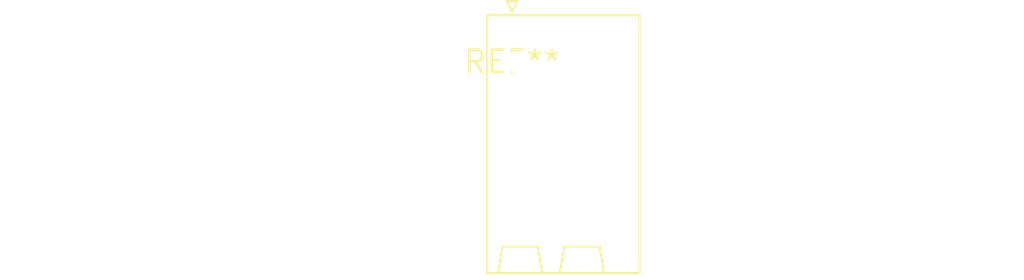
<source format=kicad_pcb>
(kicad_pcb (version 20240108) (generator pcbnew)
  (layers (0 "F.Cu" signal) (31 "B.Cu" signal) (34 "B.Paste" user) (35 "F.Paste" user) (36 "B.SilkS" user "B.Silkscreen") (37 "F.SilkS" user "F.Silkscreen") (38 "B.Mask" user) (39 "F.Mask" user) (44 "Edge.Cuts" user))
  (net 0 "")
  (footprint "PhoenixContact_SPT_1.5_2-H-3.5_1x02_P3.5mm_Horizontal" (layer "F.Cu") (at 0 0)
    (property "Reference" "REF**")
    (property "Value" "PhoenixContact_SPT_1.5_2-H-3.5_1x02_P3.5mm_Horizontal")
    (fp_line (start -1.41 -2.64) (end 7.21 -2.64) (layer "F.SilkS") (stroke (width 0.12)))
    (fp_line (start -1.41 11.98) (end -1.41 -2.64) (layer "F.SilkS") (stroke (width 0.12)))
    (fp_line (start -0.8 11.98) (end -0.55 10.48) (layer "F.SilkS") (stroke (width 0.12)))
    (fp_line (start -0.55 10.48) (end 1.45 10.48) (layer "F.SilkS") (stroke (width 0.12)))
    (fp_line (start -0.3 -3.44) (end 0 -2.84) (layer "F.SilkS") (stroke (width 0.12)))
    (fp_line (start -0.3 -3.44) (end 0.3 -3.44) (layer "F.SilkS") (stroke (width 0.12)))
    (fp_line (start 0.3 -3.44) (end 0 -2.84) (layer "F.SilkS") (stroke (width 0.12)))
    (fp_line (start 1.7 11.98) (end 1.45 10.48) (layer "F.SilkS") (stroke (width 0.12)))
    (fp_line (start 2.7 11.98) (end 2.95 10.48) (layer "F.SilkS") (stroke (width 0.12)))
    (fp_line (start 2.95 10.48) (end 4.95 10.48) (layer "F.SilkS") (stroke (width 0.12)))
    (fp_line (start 5.2 11.98) (end 4.95 10.48) (layer "F.SilkS") (stroke (width 0.12)))
    (fp_line (start 7.21 -2.64) (end 7.21 11.98) (layer "F.SilkS") (stroke (width 0.12)))
    (fp_line (start 7.21 11.98) (end -1.41 11.98) (layer "F.SilkS") (stroke (width 0.12)))
    (pad "1" thru_hole roundrect (at 0 0) (size 1.8 3.3) (drill 1.1) (layers *.Cu *.Mask) (remove_unused_layers) (roundrect_rratio 0.138889))
    (pad "1" thru_hole roundrect (at 0 8.2) (size 1.8 3.3) (drill 1.1) (layers *.Cu *.Mask) (remove_unused_layers) (roundrect_rratio 0.138889))
    (pad "2" thru_hole oval (at 3.5 0) (size 1.8 3.3) (drill 1.1) (layers *.Cu *.Mask) (remove_unused_layers))
    (pad "2" thru_hole oval (at 3.5 8.2) (size 1.8 3.3) (drill 1.1) (layers *.Cu *.Mask) (remove_unused_layers))
  )
)
</source>
